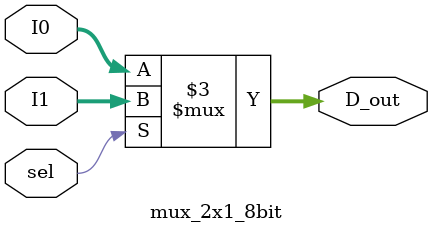
<source format=v>
`timescale 1ns / 1ps


module mux_2x1_8bit(
    input sel,
    input [7:0]I1,
    input [7:0]I0,
    output reg[7:0]D_out
    );
    
    always @(I0, I1, sel)
    begin
        if(sel)
            D_out = I1;
        else
            D_out = I0;
    end
endmodule

</source>
